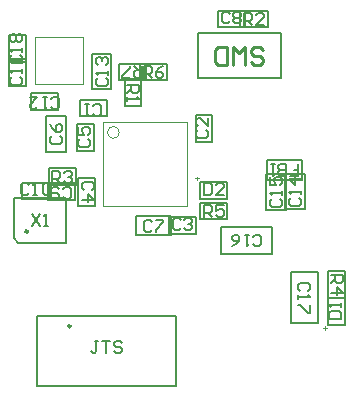
<source format=gbr>
%TF.GenerationSoftware,Altium Limited,Altium Designer,24.6.1 (21)*%
G04 Layer_Color=16711935*
%FSLAX45Y45*%
%MOMM*%
%TF.SameCoordinates,4B1D9C49-5ED8-45E5-B71D-261F0C762659*%
%TF.FilePolarity,Positive*%
%TF.FileFunction,Other,Mechanical_13*%
%TF.Part,Single*%
G01*
G75*
%TA.AperFunction,NonConductor*%
%ADD46C,0.25400*%
%ADD47C,0.25000*%
%ADD49C,0.20000*%
%ADD50C,0.17500*%
%ADD72C,0.10000*%
%ADD73C,0.15000*%
D46*
X8636180Y7327500D02*
G03*
X8636180Y7327500I-11180J0D01*
G01*
X10526567Y8762717D02*
X10551959Y8737325D01*
X10602742D01*
X10628134Y8762717D01*
Y8788108D01*
X10602742Y8813500D01*
X10551959D01*
X10526567Y8838892D01*
Y8864284D01*
X10551959Y8889675D01*
X10602742D01*
X10628134Y8864284D01*
X10475783Y8737325D02*
Y8889675D01*
X10425000Y8838892D01*
X10374216Y8889675D01*
Y8737325D01*
X10323433D02*
Y8889675D01*
X10247257D01*
X10221866Y8864284D01*
Y8762717D01*
X10247257Y8737325D01*
X10323433D01*
D47*
X8997500Y6525000D02*
G03*
X8997500Y6525000I-10000J0D01*
G01*
D49*
X8712500Y6015000D02*
Y6215000D01*
Y6015000D02*
X9887500D01*
Y6615000D01*
X8712500D02*
X9887500D01*
X8712500Y6215000D02*
Y6615000D01*
D50*
X9177500Y8530000D02*
X9342500D01*
X9177500D02*
Y8830000D01*
X9342500D01*
Y8530000D02*
Y8830000D01*
X9455000Y8385000D02*
Y8615000D01*
Y8385000D02*
X9595000D01*
Y8615000D01*
X9455000D02*
X9595000D01*
X9405000Y8745000D02*
X9635000D01*
X9405000Y8605000D02*
Y8745000D01*
Y8605000D02*
X9635000D01*
Y8745000D01*
X9585000Y8605000D02*
X9815000D01*
Y8745000D01*
X9585000D02*
X9815000D01*
X9585000Y8605000D02*
Y8745000D01*
X8620000Y8760000D02*
Y8990000D01*
X8480000D02*
X8620000D01*
X8480000Y8760000D02*
Y8990000D01*
Y8760000D02*
X8620000D01*
Y8560000D02*
Y8790000D01*
X8480000D02*
X8620000D01*
X8480000Y8560000D02*
Y8790000D01*
Y8560000D02*
X8620000D01*
X9075000Y8440000D02*
X9305000D01*
X9075000Y8300000D02*
Y8440000D01*
Y8300000D02*
X9305000D01*
Y8440000D01*
X10957500Y7762500D02*
Y7927500D01*
X10657500Y7762500D02*
X10957500D01*
X10657500D02*
Y7927500D01*
X10957500D01*
X9830000Y7305000D02*
Y7445000D01*
X10060000D01*
Y7305000D02*
Y7445000D01*
X9830000Y7305000D02*
X10060000D01*
X10055000Y8085000D02*
X10195000D01*
X10055000D02*
Y8315000D01*
X10195000D01*
Y8085000D02*
Y8315000D01*
X9055000Y8010000D02*
X9195000D01*
X9055000D02*
Y8240000D01*
X9195000D01*
Y8010000D02*
Y8240000D01*
X9060000Y7775000D02*
X9200000D01*
Y7545000D02*
Y7775000D01*
X9060000Y7545000D02*
X9200000D01*
X9060000D02*
Y7775000D01*
X11320000Y6535000D02*
Y6765000D01*
X11180000D02*
X11320000D01*
X11180000Y6535000D02*
Y6765000D01*
Y6535000D02*
X11320000D01*
X10860700Y6548400D02*
Y6980200D01*
Y6548400D02*
X11089300D01*
Y6980200D01*
X10860700D02*
X11089300D01*
X10820000Y7510000D02*
Y7810000D01*
X10655000D02*
X10820000D01*
X10655000Y7510000D02*
Y7810000D01*
Y7510000D02*
X10820000D01*
X10980000Y7515000D02*
Y7815000D01*
X10815000D02*
X10980000D01*
X10815000Y7515000D02*
Y7815000D01*
Y7515000D02*
X10980000D01*
X11180000Y6990000D02*
X11320000D01*
Y6760000D02*
Y6990000D01*
X11180000Y6760000D02*
X11320000D01*
X11180000D02*
Y6990000D01*
X10269800Y7364300D02*
X10701600D01*
X10269800Y7135700D02*
Y7364300D01*
Y7135700D02*
X10701600D01*
Y7364300D01*
X8890000Y8355000D02*
Y8495000D01*
X8660000Y8355000D02*
X8890000D01*
X8660000D02*
Y8495000D01*
X8890000D01*
X10095000Y7430000D02*
Y7570000D01*
X10325000D01*
Y7430000D02*
Y7570000D01*
X10095000Y7430000D02*
X10325000D01*
X10095000Y7605000D02*
Y7745000D01*
X10325000D01*
Y7605000D02*
Y7745000D01*
X10095000Y7605000D02*
X10325000D01*
X10435000Y9055000D02*
Y9195000D01*
X10665000D01*
Y9055000D02*
Y9195000D01*
X10435000Y9055000D02*
X10665000D01*
X8812500Y7720000D02*
Y7860000D01*
X9042500D01*
Y7720000D02*
Y7860000D01*
X8812500Y7720000D02*
X9042500D01*
X8517500Y7267500D02*
Y7612755D01*
Y7267500D02*
X8552500Y7232500D01*
X8959745D01*
Y7612755D01*
X8517500D02*
X8787244D01*
X8692245D02*
X8959745D01*
X10245000Y9055000D02*
Y9195000D01*
X10475000D01*
Y9055000D02*
Y9195000D01*
X10245000Y9055000D02*
X10475000D01*
X9550000Y7292500D02*
X9850000D01*
Y7457500D01*
X9550000D02*
X9850000D01*
X9550000Y7292500D02*
Y7457500D01*
X8957500Y8000000D02*
Y8300000D01*
X8792500D02*
X8957500D01*
X8792500Y8000000D02*
Y8300000D01*
Y8000000D02*
X8957500D01*
X9032500Y7595000D02*
Y7735000D01*
X8802500Y7595000D02*
X9032500D01*
X8802500D02*
Y7735000D01*
X9032500D01*
X8587500Y7600000D02*
Y7740000D01*
X8817500D01*
Y7600000D02*
Y7740000D01*
X8587500Y7600000D02*
X8817500D01*
X10775000Y8623500D02*
Y9003500D01*
X10075000D02*
X10775000D01*
X10075000Y8623500D02*
Y9003500D01*
Y8623500D02*
X10775000D01*
X9233355Y6399984D02*
X9200032D01*
X9216694D01*
Y6316677D01*
X9200032Y6300016D01*
X9183371D01*
X9166710Y6316677D01*
X9266677Y6399984D02*
X9333322D01*
X9300000D01*
Y6300016D01*
X9433290Y6383323D02*
X9416629Y6399984D01*
X9383307D01*
X9366645Y6383323D01*
Y6366661D01*
X9383307Y6350000D01*
X9416629D01*
X9433290Y6333339D01*
Y6316677D01*
X9416629Y6300016D01*
X9383307D01*
X9366645Y6316677D01*
D72*
X9410000Y8165000D02*
G03*
X9410000Y8165000I-50000J0D01*
G01*
X9100000Y8575000D02*
Y8975000D01*
X8700000D02*
X9100000D01*
X8700000Y8575000D02*
Y8975000D01*
Y8575000D02*
X9100000D01*
X9270000Y7545000D02*
X9980000D01*
X9270000Y8255000D02*
X9980000D01*
Y7545000D02*
Y8255000D01*
X9270000Y7545000D02*
Y8255000D01*
X10053339Y7775000D02*
X10086661D01*
X10070000Y7791661D02*
Y7758339D01*
X11150000Y6493339D02*
Y6526661D01*
X11133338Y6510000D02*
X11166661D01*
D73*
X9226677Y8621686D02*
X9210016Y8605024D01*
Y8571702D01*
X9226677Y8555041D01*
X9293322D01*
X9309984Y8571702D01*
Y8605024D01*
X9293322Y8621686D01*
X9309984Y8655008D02*
Y8688331D01*
Y8671670D01*
X9210016D01*
X9226677Y8655008D01*
Y8738315D02*
X9210016Y8754976D01*
Y8788299D01*
X9226677Y8804960D01*
X9243339D01*
X9260000Y8788299D01*
Y8771637D01*
Y8788299D01*
X9276661Y8804960D01*
X9293322D01*
X9309984Y8788299D01*
Y8754976D01*
X9293322Y8738315D01*
X9475016Y8566645D02*
X9574984D01*
Y8516661D01*
X9558323Y8500000D01*
X9525000D01*
X9508339Y8516661D01*
Y8566645D01*
Y8533322D02*
X9475016Y8500000D01*
Y8466677D02*
Y8433354D01*
Y8450016D01*
X9574984D01*
X9558323Y8466677D01*
X9603307Y8724984D02*
Y8625016D01*
X9553323D01*
X9536662Y8641677D01*
Y8675000D01*
X9553323Y8691661D01*
X9603307D01*
X9569984D02*
X9536662Y8724984D01*
X9503339Y8625016D02*
X9436694D01*
Y8641677D01*
X9503339Y8708322D01*
Y8724984D01*
X9616693Y8625016D02*
Y8724984D01*
X9666677D01*
X9683339Y8708322D01*
Y8675000D01*
X9666677Y8658339D01*
X9616693D01*
X9650016D02*
X9683339Y8625016D01*
X9783306Y8724984D02*
X9749984Y8708322D01*
X9716661Y8675000D01*
Y8641677D01*
X9733323Y8625016D01*
X9766645D01*
X9783306Y8641677D01*
Y8658339D01*
X9766645Y8675000D01*
X9716661D01*
X8503977Y8816685D02*
X8487316Y8800024D01*
Y8766702D01*
X8503977Y8750040D01*
X8570622D01*
X8587284Y8766702D01*
Y8800024D01*
X8570622Y8816685D01*
X8587284Y8850008D02*
Y8883331D01*
Y8866670D01*
X8487316D01*
X8503977Y8850008D01*
Y8933315D02*
X8487316Y8949976D01*
Y8983299D01*
X8503977Y8999960D01*
X8520639D01*
X8537300Y8983299D01*
X8553961Y8999960D01*
X8570622D01*
X8587284Y8983299D01*
Y8949976D01*
X8570622Y8933315D01*
X8553961D01*
X8537300Y8949976D01*
X8520639Y8933315D01*
X8503977D01*
X8537300Y8949976D02*
Y8983299D01*
X8503977Y8633347D02*
X8487316Y8616686D01*
Y8583363D01*
X8503977Y8566702D01*
X8570622D01*
X8587284Y8583363D01*
Y8616686D01*
X8570622Y8633347D01*
X8587284Y8666669D02*
Y8699992D01*
Y8683331D01*
X8487316D01*
X8503977Y8666669D01*
X8587284Y8749976D02*
Y8783298D01*
Y8766637D01*
X8487316D01*
X8503977Y8749976D01*
X9190000Y8323977D02*
X9206661Y8307316D01*
X9239984D01*
X9256645Y8323977D01*
Y8390622D01*
X9239984Y8407283D01*
X9206661D01*
X9190000Y8390622D01*
X9156677Y8407283D02*
X9123355D01*
X9140016D01*
Y8307316D01*
X9156677Y8323977D01*
X10857484Y7795016D02*
X10924129D01*
Y7845000D01*
X10890807D01*
X10924129D01*
Y7894984D01*
X10824161Y7795016D02*
Y7894984D01*
X10774177D01*
X10757516Y7878323D01*
Y7861661D01*
X10774177Y7845000D01*
X10824161D01*
X10774177D01*
X10757516Y7828339D01*
Y7811678D01*
X10774177Y7795016D01*
X10824161D01*
X10724193Y7894984D02*
X10690871D01*
X10707532D01*
Y7795016D01*
X10724193Y7811678D01*
X9928339Y7421022D02*
X9911677Y7437684D01*
X9878355D01*
X9861694Y7421022D01*
Y7354377D01*
X9878355Y7337716D01*
X9911677D01*
X9928339Y7354377D01*
X9961661Y7421022D02*
X9978323Y7437684D01*
X10011645D01*
X10028306Y7421022D01*
Y7404361D01*
X10011645Y7387700D01*
X9994984D01*
X10011645D01*
X10028306Y7371039D01*
Y7354377D01*
X10011645Y7337716D01*
X9978323D01*
X9961661Y7354377D01*
X10078978Y8183338D02*
X10062316Y8166677D01*
Y8133355D01*
X10078978Y8116693D01*
X10145623D01*
X10162284Y8133355D01*
Y8166677D01*
X10145623Y8183338D01*
X10162284Y8283306D02*
Y8216661D01*
X10095639Y8283306D01*
X10078978D01*
X10062316Y8266645D01*
Y8233323D01*
X10078978Y8216661D01*
X9078978Y8108338D02*
X9062316Y8091677D01*
Y8058355D01*
X9078978Y8041693D01*
X9145623D01*
X9162284Y8058355D01*
Y8091677D01*
X9145623Y8108338D01*
X9062316Y8208306D02*
Y8141661D01*
X9112300D01*
X9095639Y8174984D01*
Y8191645D01*
X9112300Y8208306D01*
X9145623D01*
X9162284Y8191645D01*
Y8158323D01*
X9145623Y8141661D01*
X9176023Y7676661D02*
X9192684Y7693322D01*
Y7726645D01*
X9176023Y7743306D01*
X9109378D01*
X9092716Y7726645D01*
Y7693322D01*
X9109378Y7676661D01*
X9092716Y7593354D02*
X9192684D01*
X9142700Y7643338D01*
Y7576693D01*
X11187316Y6583355D02*
X11287284D01*
Y6633339D01*
X11270623Y6650000D01*
X11203978D01*
X11187316Y6633339D01*
Y6583355D01*
X11287284Y6683323D02*
Y6716645D01*
Y6699984D01*
X11187316D01*
X11203978Y6683323D01*
X11008322Y6822614D02*
X11024984Y6839275D01*
Y6872598D01*
X11008322Y6889259D01*
X10941677D01*
X10925016Y6872598D01*
Y6839275D01*
X10941677Y6822614D01*
X10925016Y6789291D02*
Y6755969D01*
Y6772630D01*
X11024984D01*
X11008322Y6789291D01*
X11024984Y6705985D02*
Y6639340D01*
X11008322D01*
X10941677Y6705985D01*
X10925016D01*
X10704177Y7601686D02*
X10687516Y7585024D01*
Y7551702D01*
X10704177Y7535041D01*
X10770823D01*
X10787484Y7551702D01*
Y7585024D01*
X10770823Y7601686D01*
X10787484Y7635008D02*
Y7668331D01*
Y7651670D01*
X10687516D01*
X10704177Y7635008D01*
X10687516Y7784960D02*
Y7718315D01*
X10737500D01*
X10720839Y7751637D01*
Y7768299D01*
X10737500Y7784960D01*
X10770823D01*
X10787484Y7768299D01*
Y7734976D01*
X10770823Y7718315D01*
X10864177Y7606686D02*
X10847516Y7590024D01*
Y7556702D01*
X10864177Y7540041D01*
X10930822D01*
X10947484Y7556702D01*
Y7590024D01*
X10930822Y7606686D01*
X10947484Y7640008D02*
Y7673331D01*
Y7656670D01*
X10847516D01*
X10864177Y7640008D01*
X10947484Y7773299D02*
X10847516D01*
X10897500Y7723315D01*
Y7789960D01*
X11200016Y6958306D02*
X11299984D01*
Y6908322D01*
X11283322Y6891661D01*
X11250000D01*
X11233338Y6908322D01*
Y6958306D01*
Y6924984D02*
X11200016Y6891661D01*
Y6808354D02*
X11299984D01*
X11250000Y6858338D01*
Y6791693D01*
X10544014Y7216677D02*
X10560676Y7200015D01*
X10593998D01*
X10610659Y7216677D01*
Y7283322D01*
X10593998Y7299983D01*
X10560676D01*
X10544014Y7283322D01*
X10510692Y7299983D02*
X10477369D01*
X10494030D01*
Y7200015D01*
X10510692Y7216677D01*
X10360740Y7200015D02*
X10394063Y7216677D01*
X10427385Y7249999D01*
Y7283322D01*
X10410724Y7299983D01*
X10377401D01*
X10360740Y7283322D01*
Y7266661D01*
X10377401Y7249999D01*
X10427385D01*
X8833315Y8378977D02*
X8849976Y8362316D01*
X8883298D01*
X8899960Y8378977D01*
Y8445622D01*
X8883298Y8462284D01*
X8849976D01*
X8833315Y8445622D01*
X8799992Y8462284D02*
X8766670D01*
X8783331D01*
Y8362316D01*
X8799992Y8378977D01*
X8650041Y8462284D02*
X8716686D01*
X8650041Y8395639D01*
Y8378977D01*
X8666702Y8362316D01*
X8700024D01*
X8716686Y8378977D01*
X10126693Y7450016D02*
Y7549984D01*
X10176677D01*
X10193338Y7533322D01*
Y7500000D01*
X10176677Y7483339D01*
X10126693D01*
X10160016D02*
X10193338Y7450016D01*
X10293306Y7549984D02*
X10226661D01*
Y7500000D01*
X10259984Y7516661D01*
X10276645D01*
X10293306Y7500000D01*
Y7466677D01*
X10276645Y7450016D01*
X10243322D01*
X10226661Y7466677D01*
X10126693Y7737684D02*
Y7637716D01*
X10176677D01*
X10193338Y7654377D01*
Y7721022D01*
X10176677Y7737684D01*
X10126693D01*
X10293306Y7637716D02*
X10226661D01*
X10293306Y7704361D01*
Y7721022D01*
X10276645Y7737684D01*
X10243322D01*
X10226661Y7721022D01*
X10466694Y9075016D02*
Y9174984D01*
X10516677D01*
X10533339Y9158323D01*
Y9125000D01*
X10516677Y9108339D01*
X10466694D01*
X10500016D02*
X10533339Y9075016D01*
X10633306D02*
X10566661D01*
X10633306Y9141661D01*
Y9158323D01*
X10616645Y9174984D01*
X10583323D01*
X10566661Y9158323D01*
X8844194Y7740016D02*
Y7839984D01*
X8894178D01*
X8910839Y7823322D01*
Y7790000D01*
X8894178Y7773339D01*
X8844194D01*
X8877516D02*
X8910839Y7740016D01*
X8944161Y7823322D02*
X8960823Y7839984D01*
X8994145D01*
X9010806Y7823322D01*
Y7806661D01*
X8994145Y7790000D01*
X8977484D01*
X8994145D01*
X9010806Y7773339D01*
Y7756677D01*
X8994145Y7740016D01*
X8960823D01*
X8944161Y7756677D01*
X8673355Y7472484D02*
X8740000Y7372516D01*
Y7472484D02*
X8673355Y7372516D01*
X8773323D02*
X8806645D01*
X8789984D01*
Y7472484D01*
X8773323Y7455823D01*
X10343338Y9171023D02*
X10326677Y9187684D01*
X10293355D01*
X10276693Y9171023D01*
Y9104378D01*
X10293355Y9087716D01*
X10326677D01*
X10343338Y9104378D01*
X10376661Y9171023D02*
X10393323Y9187684D01*
X10426645D01*
X10443306Y9171023D01*
Y9154361D01*
X10426645Y9137700D01*
X10443306Y9121039D01*
Y9104378D01*
X10426645Y9087716D01*
X10393323D01*
X10376661Y9104378D01*
Y9121039D01*
X10393323Y9137700D01*
X10376661Y9154361D01*
Y9171023D01*
X10393323Y9137700D02*
X10426645D01*
X9683339Y7408322D02*
X9666677Y7424984D01*
X9633355D01*
X9616693Y7408322D01*
Y7341677D01*
X9633355Y7325016D01*
X9666677D01*
X9683339Y7341677D01*
X9716661Y7424984D02*
X9783306D01*
Y7408322D01*
X9716661Y7341677D01*
Y7325016D01*
X8841678Y8133339D02*
X8825016Y8116677D01*
Y8083355D01*
X8841678Y8066694D01*
X8908323D01*
X8924984Y8083355D01*
Y8116677D01*
X8908323Y8133339D01*
X8825016Y8233306D02*
X8841678Y8199984D01*
X8875000Y8166661D01*
X8908323D01*
X8924984Y8183323D01*
Y8216645D01*
X8908323Y8233306D01*
X8891661D01*
X8875000Y8216645D01*
Y8166661D01*
X8934161Y7618977D02*
X8950822Y7602316D01*
X8984145D01*
X9000806Y7618977D01*
Y7685622D01*
X8984145Y7702284D01*
X8950822D01*
X8934161Y7685622D01*
X8900838D02*
X8884177Y7702284D01*
X8850855D01*
X8834193Y7685622D01*
Y7618977D01*
X8850855Y7602316D01*
X8884177D01*
X8900838Y7618977D01*
Y7635639D01*
X8884177Y7652300D01*
X8834193D01*
X8644185Y7716022D02*
X8627524Y7732684D01*
X8594202D01*
X8577540Y7716022D01*
Y7649377D01*
X8594202Y7632716D01*
X8627524D01*
X8644185Y7649377D01*
X8677508Y7632716D02*
X8710831D01*
X8694170D01*
Y7732684D01*
X8677508Y7716022D01*
X8760815D02*
X8777476Y7732684D01*
X8810798D01*
X8827460Y7716022D01*
Y7649377D01*
X8810798Y7632716D01*
X8777476D01*
X8760815Y7649377D01*
Y7716022D01*
%TF.MD5,2d86a0094ce336c12342e1dff7a872b4*%
M02*

</source>
